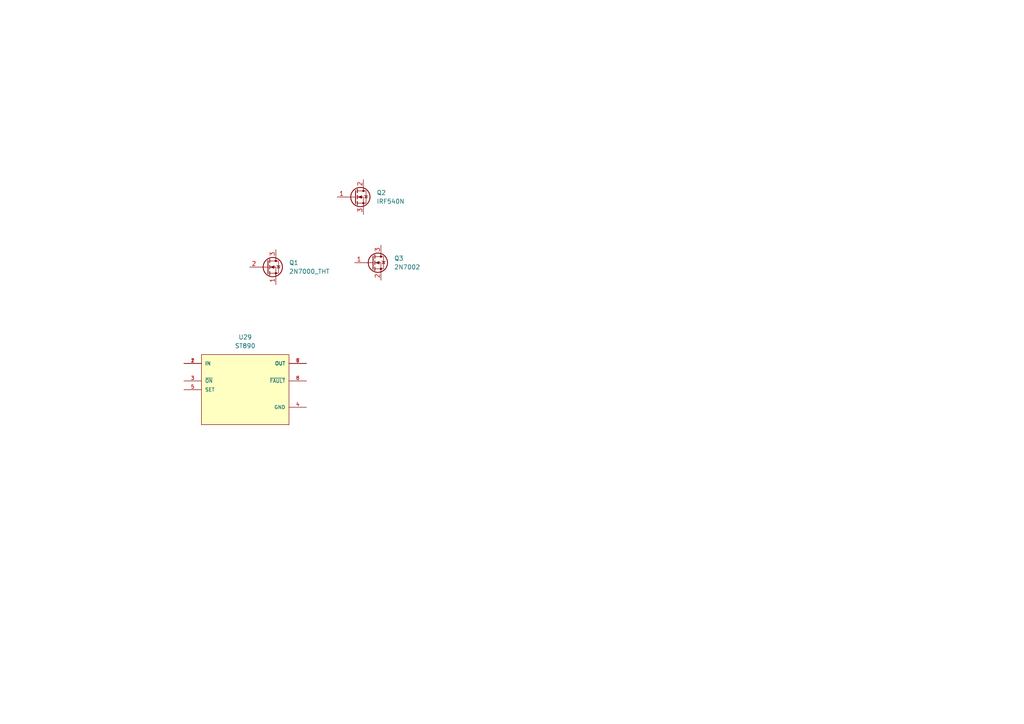
<source format=kicad_sch>
(kicad_sch (version 20231120) (generator "eeschema") (generator_version "8.0")
  (paper "A4")
  (lib_symbols
    (symbol "CREPP_Transistors_NMOS_CMS:2N7002" (pin_names hide)
      (property "Reference" "Q" (at 5.08 1.905 0))
      (property "Value" "2N7002" (at 5.08 0 0))
      (symbol "2N7002_0_1"
        (polyline (pts (xy 0.254 0) (xy -2.54 0)))
        (polyline (pts (xy 0.254 1.905) (xy 0.254 -1.905)) (stroke (width 0.254)))
        (polyline (pts (xy 0.762 -1.27) (xy 0.762 -2.286)) (stroke (width 0.254)))
        (polyline (pts (xy 0.762 0.508) (xy 0.762 -0.508)) (stroke (width 0.254)))
        (polyline (pts (xy 0.762 2.286) (xy 0.762 1.27)) (stroke (width 0.254)))
        (polyline (pts (xy 2.54 2.54) (xy 2.54 1.778)))
        (polyline (pts (xy 2.54 -2.54) (xy 2.54 0) (xy 0.762 0)))
        (polyline (pts (xy 0.762 -1.778) (xy 3.302 -1.778) (xy 3.302 1.778) (xy 0.762 1.778)))
        (polyline (pts (xy 1.016 0) (xy 2.032 0.381) (xy 2.032 -0.381) (xy 1.016 0)) (fill (type outline)))
        (polyline (pts (xy 2.794 0.508) (xy 2.921 0.381) (xy 3.683 0.381) (xy 3.81 0.254)))
        (polyline (pts (xy 3.302 0.381) (xy 2.921 -0.254) (xy 3.683 -0.254) (xy 3.302 0.381)))
        (circle (center 1.651 0) (radius 2.794) (stroke (width 0.254)))
        (circle (center 2.54 -1.778) (radius 0.254) (fill (type outline)))
        (circle (center 2.54 1.778) (radius 0.254) (fill (type outline)))
      )
      (symbol "2N7002_1_1"
        (pin input line (at -5.08 0 0) (length 2.54) (name "G") (number "1"))
        (pin passive line (at 2.54 -5.08 90) (length 2.54) (name "S") (number "2"))
        (pin passive line (at 2.54 5.08 270) (length 2.54) (name "D") (number "3"))
      )
    )
    (symbol "CREPP_Transistors_NMOS_THT:2N7000_THT" (pin_names hide)
      (property "Reference" "Q" (at 5.08 1.905 0))
      (property "Value" "2N7000_THT" (at 5.08 0 0))
      (symbol "2N7000_THT_0_1"
        (polyline (pts (xy 0.254 0) (xy -2.54 0)))
        (polyline (pts (xy 0.254 1.905) (xy 0.254 -1.905)) (stroke (width 0.254)))
        (polyline (pts (xy 0.762 -1.27) (xy 0.762 -2.286)) (stroke (width 0.254)))
        (polyline (pts (xy 0.762 0.508) (xy 0.762 -0.508)) (stroke (width 0.254)))
        (polyline (pts (xy 0.762 2.286) (xy 0.762 1.27)) (stroke (width 0.254)))
        (polyline (pts (xy 2.54 2.54) (xy 2.54 1.778)))
        (polyline (pts (xy 2.54 -2.54) (xy 2.54 0) (xy 0.762 0)))
        (polyline (pts (xy 0.762 -1.778) (xy 3.302 -1.778) (xy 3.302 1.778) (xy 0.762 1.778)))
        (polyline (pts (xy 1.016 0) (xy 2.032 0.381) (xy 2.032 -0.381) (xy 1.016 0)) (fill (type outline)))
        (polyline (pts (xy 2.794 0.508) (xy 2.921 0.381) (xy 3.683 0.381) (xy 3.81 0.254)))
        (polyline (pts (xy 3.302 0.381) (xy 2.921 -0.254) (xy 3.683 -0.254) (xy 3.302 0.381)))
        (circle (center 1.651 0) (radius 2.794) (stroke (width 0.254)))
        (circle (center 2.54 -1.778) (radius 0.254) (fill (type outline)))
        (circle (center 2.54 1.778) (radius 0.254) (fill (type outline)))
      )
      (symbol "2N7000_THT_1_1"
        (pin passive line (at 2.54 -5.08 90) (length 2.54) (name "S") (number "1"))
        (pin input line (at -5.08 0 0) (length 2.54) (name "G") (number "2"))
        (pin passive line (at 2.54 5.08 270) (length 2.54) (name "D") (number "3"))
      )
    )
    (symbol "CREPP_Transistors_PMOS_CMS:ST890CDR" (pin_names (offset 1.016))
      (property "Reference" "U" (at -12.7 10.16 0))
      (property "Value" "ST890" (at -12.7 -12.7 0))
      (symbol "ST890CDR_0_0"
        (rectangle (start -12.7 10.16) (end 12.7 -10.16) (stroke (width 0.1524)) (fill (type background)))
        (pin input line (at -17.78 7.62 0) (length 5.08) (name "IN") (number "1"))
        (pin input line (at -17.78 7.62 0) (length 5.08) (name "IN") (number "2"))
        (pin input line (at -17.78 2.54 0) (length 5.08) (name "~{ON}") (number "3"))
        (pin power_in line (at 17.78 -5.08 180) (length 5.08) (name "GND") (number "4"))
        (pin input line (at -17.78 0 0) (length 5.08) (name "SET") (number "5"))
        (pin output line (at 17.78 7.62 180) (length 5.08) (name "OUT") (number "6"))
        (pin output line (at 17.78 7.62 180) (length 5.08) (name "OUT") (number "7"))
        (pin output line (at 17.78 2.54 180) (length 5.08) (name "~{FAULT}") (number "8"))
      )
    )
    (symbol "Transistor_FET:IRF540N" (pin_names hide)
      (property "Reference" "Q" (at 5.08 1.905 0))
      (property "Value" "IRF540N" (at 5.08 0 0))
      (symbol "IRF540N_0_1"
        (polyline (pts (xy 0.254 0) (xy -2.54 0)))
        (polyline (pts (xy 0.254 1.905) (xy 0.254 -1.905)) (stroke (width 0.254)))
        (polyline (pts (xy 0.762 -1.27) (xy 0.762 -2.286)) (stroke (width 0.254)))
        (polyline (pts (xy 0.762 0.508) (xy 0.762 -0.508)) (stroke (width 0.254)))
        (polyline (pts (xy 0.762 2.286) (xy 0.762 1.27)) (stroke (width 0.254)))
        (polyline (pts (xy 2.54 2.54) (xy 2.54 1.778)))
        (polyline (pts (xy 2.54 -2.54) (xy 2.54 0) (xy 0.762 0)))
        (polyline (pts (xy 0.762 -1.778) (xy 3.302 -1.778) (xy 3.302 1.778) (xy 0.762 1.778)))
        (polyline (pts (xy 1.016 0) (xy 2.032 0.381) (xy 2.032 -0.381) (xy 1.016 0)) (fill (type outline)))
        (polyline (pts (xy 2.794 0.508) (xy 2.921 0.381) (xy 3.683 0.381) (xy 3.81 0.254)))
        (polyline (pts (xy 3.302 0.381) (xy 2.921 -0.254) (xy 3.683 -0.254) (xy 3.302 0.381)))
        (circle (center 1.651 0) (radius 2.794) (stroke (width 0.254)))
        (circle (center 2.54 -1.778) (radius 0.254) (fill (type outline)))
        (circle (center 2.54 1.778) (radius 0.254) (fill (type outline)))
      )
      (symbol "IRF540N_1_1"
        (pin input line (at -5.08 0 0) (length 2.54) (name "G") (number "1"))
        (pin passive line (at 2.54 5.08 270) (length 2.54) (name "D") (number "2"))
        (pin passive line (at 2.54 -5.08 90) (length 2.54) (name "S") (number "3"))
      )
    )
  )
  (symbol (lib_id "CREPP_Transistors_PMOS_CMS:ST890CDR") (at 71.12 113.03 0) (unit 1)
    (property "Reference" "U29" (at 71.12 97.79 0))
    (property "Value" "ST890" (at 71.12 100.33 0))
    (property "Footprint" "CREPP_PMOS_CMS:ST890" (effects (hide yes)))
    (property "E2_MAX" "0.0" (effects (hide yes)))
    (property "SNAPEDA_PACKAGE_ID" "25988" (effects (hide yes)))
    (property "B_NOM" "0.38" (effects (hide yes)))
    (property "D_MAX" "5.0" (effects (hide yes)))
    (property "E1_NOM" "3.9" (effects (hide yes)))
    (property "E1_MIN" "3.8" (effects (hide yes)))
    (property "B_MAX" "0.48" (effects (hide yes)))
    (property "Description_1" "\n                        \n                            Power Switch/Driver 1:1 P-Channel 1.2A 8-SOIC\n                        \n" (effects (hide yes)))
    (property "Price" "None" (effects (hide yes)))
    (property "D2_MAX" "0.0" (effects (hide yes)))
    (property "ENOM" "1.27" (effects (hide yes)))
    (property "D_NOM" "4.9" (effects (hide yes)))
    (property "L_MAX" "1.27" (effects (hide yes)))
    (property "A_MAX" "1.75" (effects (hide yes)))
    (property "Package" "SOIC-8 STMicroelectronics" (effects (hide yes)))
    (property "A_NOM" "1.75" (effects (hide yes)))
    (property "Check_prices" "https://www.snapeda.com/parts/ST890CDR/STMicroelectronics/view-part/?ref=eda" (effects (hide yes)))
    (property "A_MIN" "1.75" (effects (hide yes)))
    (property "STANDARD" "IPC 7351B" (effects (hide yes)))
    (property "PARTREV" "10" (effects (hide yes)))
    (property "SnapEDA_Link" "https://www.snapeda.com/parts/ST890CDR/STMicroelectronics/view-part/?ref=snap" (effects (hide yes)))
    (property "E_NOM" "6.0" (effects (hide yes)))
    (property "B_MIN" "0.28" (effects (hide yes)))
    (property "PIN_COUNT" "8.0" (effects (hide yes)))
    (property "L_NOM" "0.835" (effects (hide yes)))
    (property "MANUFACTURER" "STMicroelectronics" (effects (hide yes)))
    (property "MF" "STMicroelectronics" (effects (hide yes)))
    (property "MAXIMUM_PACKAGE_HEIGHT" "1.75mm" (effects (hide yes)))
    (property "A1_MIN" "0.25" (effects (hide yes)))
    (property "E1_MAX" "4.0" (effects (hide yes)))
    (property "E_MIN" "5.8" (effects (hide yes)))
    (property "D_MIN" "4.8" (effects (hide yes)))
    (property "MP" "ST890CDR" (effects (hide yes)))
    (property "L_MIN" "0.4" (effects (hide yes)))
    (property "Availability" "In Stock" (effects (hide yes)))
    (property "E_MAX" "6.2" (effects (hide yes)))
  )
  (symbol (lib_id "Transistor_FET:IRF540N") (at 102.87 57.15 0) (unit 1)
    (property "Reference" "Q2" (at 109.22 55.8799 0) (effects (justify left)))
    (property "Value" "IRF540N" (at 109.22 58.4199 0) (effects (justify left)))
    (property "Footprint" "Package_TO_SOT_THT:TO-220-3_Vertical" (effects (hide yes)))
    (property "Datasheet" "http://www.irf.com/product-info/datasheets/data/irf540n.pdf" (effects (hide yes)))
    (property "Description" "33A Id, 100V Vds, HEXFET N-Channel MOSFET, TO-220" (effects (hide yes)))
  )
  (symbol (lib_id "CREPP_Transistors_NMOS_THT:2N7000_THT") (at 77.47 77.47 0) (unit 1)
    (property "Reference" "Q1" (at 83.82 76.1999 0) (effects (justify left)))
    (property "Value" "2N7000_THT" (at 83.82 78.7399 0) (effects (justify left)))
    (property "Footprint" "Package_TO_SOT_THT:TO-92_Inline" (effects (hide yes)))
    (property "Datasheet" "https://www.vishay.com/docs/70226/70226.pdf" (effects (hide yes)))
    (property "Description" "0.2A Id, 200V Vds, N-Channel MOSFET, 2.6V Logic Level, TO-92" (effects (hide yes)))
  )
  (symbol (lib_id "CREPP_Transistors_NMOS_CMS:2N7002") (at 107.95 76.2 0) (unit 1)
    (property "Reference" "Q3" (at 114.3 74.9299 0) (effects (justify left)))
    (property "Value" "2N7002" (at 114.3 77.4699 0) (effects (justify left)))
    (property "Footprint" "Package_TO_SOT_SMD:SOT-23" (effects (hide yes)))
    (property "Datasheet" "https://www.onsemi.com/pub/Collateral/NDS7002A-D.PDF" (effects (hide yes)))
    (property "Description" "0.115A Id, 60V Vds, N-Channel MOSFET, SOT-23" (effects (hide yes)))
  )
)
</source>
